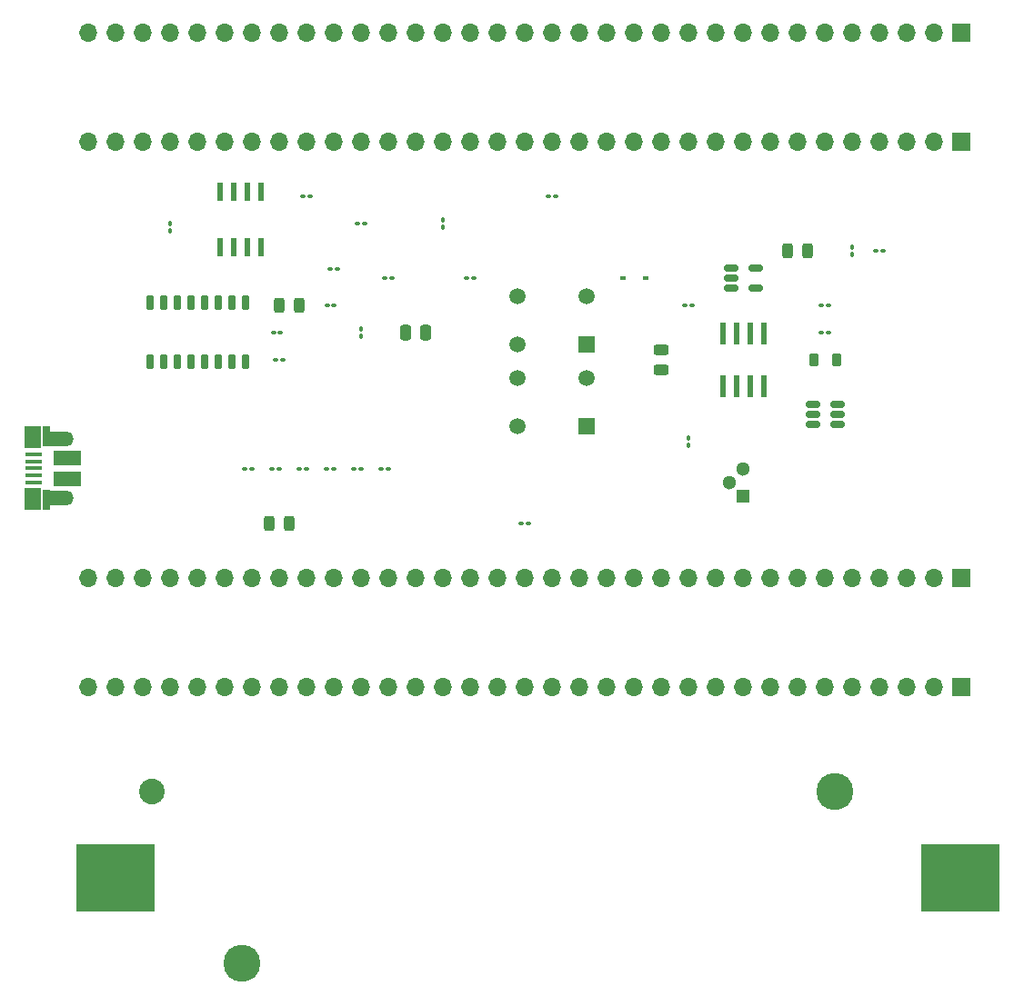
<source format=gts>
%TF.GenerationSoftware,KiCad,Pcbnew,(6.0.2)*%
%TF.CreationDate,2022-04-12T17:30:22+02:00*%
%TF.ProjectId,main,6d61696e-2e6b-4696-9361-645f70636258,rev?*%
%TF.SameCoordinates,Original*%
%TF.FileFunction,Soldermask,Top*%
%TF.FilePolarity,Negative*%
%FSLAX46Y46*%
G04 Gerber Fmt 4.6, Leading zero omitted, Abs format (unit mm)*
G04 Created by KiCad (PCBNEW (6.0.2)) date 2022-04-12 17:30:22*
%MOMM*%
%LPD*%
G01*
G04 APERTURE LIST*
G04 Aperture macros list*
%AMRoundRect*
0 Rectangle with rounded corners*
0 $1 Rounding radius*
0 $2 $3 $4 $5 $6 $7 $8 $9 X,Y pos of 4 corners*
0 Add a 4 corners polygon primitive as box body*
4,1,4,$2,$3,$4,$5,$6,$7,$8,$9,$2,$3,0*
0 Add four circle primitives for the rounded corners*
1,1,$1+$1,$2,$3*
1,1,$1+$1,$4,$5*
1,1,$1+$1,$6,$7*
1,1,$1+$1,$8,$9*
0 Add four rect primitives between the rounded corners*
20,1,$1+$1,$2,$3,$4,$5,0*
20,1,$1+$1,$4,$5,$6,$7,0*
20,1,$1+$1,$6,$7,$8,$9,0*
20,1,$1+$1,$8,$9,$2,$3,0*%
G04 Aperture macros list end*
%ADD10RoundRect,0.100000X0.130000X0.100000X-0.130000X0.100000X-0.130000X-0.100000X0.130000X-0.100000X0*%
%ADD11C,3.450000*%
%ADD12C,2.390000*%
%ADD13R,7.340000X6.350000*%
%ADD14R,0.533400X1.701800*%
%ADD15RoundRect,0.100000X-0.100000X0.130000X-0.100000X-0.130000X0.100000X-0.130000X0.100000X0.130000X0*%
%ADD16RoundRect,0.100000X-0.130000X-0.100000X0.130000X-0.100000X0.130000X0.100000X-0.130000X0.100000X0*%
%ADD17RoundRect,0.100000X0.100000X-0.130000X0.100000X0.130000X-0.100000X0.130000X-0.100000X-0.130000X0*%
%ADD18RoundRect,0.243750X0.456250X-0.243750X0.456250X0.243750X-0.456250X0.243750X-0.456250X-0.243750X0*%
%ADD19R,1.700000X1.700000*%
%ADD20O,1.700000X1.700000*%
%ADD21RoundRect,0.243750X-0.243750X-0.456250X0.243750X-0.456250X0.243750X0.456250X-0.243750X0.456250X0*%
%ADD22RoundRect,0.039900X-0.245100X0.945100X-0.245100X-0.945100X0.245100X-0.945100X0.245100X0.945100X0*%
%ADD23R,1.498000X1.498000*%
%ADD24C,1.498000*%
%ADD25RoundRect,0.250000X-0.250000X-0.475000X0.250000X-0.475000X0.250000X0.475000X-0.250000X0.475000X0*%
%ADD26RoundRect,0.150000X-0.512500X-0.150000X0.512500X-0.150000X0.512500X0.150000X-0.512500X0.150000X0*%
%ADD27R,1.650000X0.400000*%
%ADD28O,1.500000X1.100000*%
%ADD29R,0.700000X1.825000*%
%ADD30R,1.500000X2.000000*%
%ADD31O,1.700000X1.350000*%
%ADD32R,2.000000X1.350000*%
%ADD33R,2.500000X1.430000*%
%ADD34R,0.600000X0.450000*%
%ADD35RoundRect,0.218750X0.218750X0.381250X-0.218750X0.381250X-0.218750X-0.381250X0.218750X-0.381250X0*%
%ADD36RoundRect,0.049600X0.260400X-0.605400X0.260400X0.605400X-0.260400X0.605400X-0.260400X-0.605400X0*%
%ADD37R,1.300000X1.300000*%
%ADD38C,1.300000*%
G04 APERTURE END LIST*
D10*
%TO.C,LDR1*%
X160340000Y-96520000D03*
X159700000Y-96520000D03*
%TD*%
D11*
%TO.C,BT1*%
X133650000Y-137540000D03*
D12*
X125320000Y-121540000D03*
D11*
X188850000Y-121540000D03*
D13*
X121920000Y-129540000D03*
X200580000Y-129540000D03*
%TD*%
D14*
%TO.C,TSensor*%
X131665000Y-70825800D03*
X132935000Y-70825800D03*
X134205000Y-70825800D03*
X135475000Y-70825800D03*
X135475000Y-65644200D03*
X134205000Y-65644200D03*
X132935000Y-65644200D03*
X131665000Y-65644200D03*
%TD*%
D15*
%TO.C,R5*%
X190500000Y-70800000D03*
X190500000Y-71440000D03*
%TD*%
D16*
%TO.C,R17*%
X136610000Y-78740000D03*
X137250000Y-78740000D03*
%TD*%
D17*
%TO.C,R7*%
X152400000Y-68900000D03*
X152400000Y-68260000D03*
%TD*%
D16*
%TO.C,R1*%
X187640000Y-76200000D03*
X188280000Y-76200000D03*
%TD*%
D18*
%TO.C,D1*%
X172720000Y-82217500D03*
X172720000Y-80342500D03*
%TD*%
D16*
%TO.C,R14*%
X146655000Y-91440000D03*
X147295000Y-91440000D03*
%TD*%
D17*
%TO.C,R4*%
X175260000Y-89220000D03*
X175260000Y-88580000D03*
%TD*%
D19*
%TO.C,J2*%
X200660000Y-60960000D03*
D20*
X198120000Y-60960000D03*
X195580000Y-60960000D03*
X193040000Y-60960000D03*
X190500000Y-60960000D03*
X187960000Y-60960000D03*
X185420000Y-60960000D03*
X182880000Y-60960000D03*
X180340000Y-60960000D03*
X177800000Y-60960000D03*
X175260000Y-60960000D03*
X172720000Y-60960000D03*
X170180000Y-60960000D03*
X167640000Y-60960000D03*
X165100000Y-60960000D03*
X162560000Y-60960000D03*
X160020000Y-60960000D03*
X157480000Y-60960000D03*
X154940000Y-60960000D03*
X152400000Y-60960000D03*
X149860000Y-60960000D03*
X147320000Y-60960000D03*
X144780000Y-60960000D03*
X142240000Y-60960000D03*
X139700000Y-60960000D03*
X137160000Y-60960000D03*
X134620000Y-60960000D03*
X132080000Y-60960000D03*
X129540000Y-60960000D03*
X127000000Y-60960000D03*
X124460000Y-60960000D03*
X121920000Y-60960000D03*
X119380000Y-60960000D03*
%TD*%
D16*
%TO.C,R19*%
X133955000Y-91440000D03*
X134595000Y-91440000D03*
%TD*%
D21*
%TO.C,D4*%
X136222500Y-96520000D03*
X138097500Y-96520000D03*
%TD*%
D16*
%TO.C,R6*%
X154620000Y-73660000D03*
X155260000Y-73660000D03*
%TD*%
D17*
%TO.C,C3*%
X144780000Y-79060000D03*
X144780000Y-78420000D03*
%TD*%
D10*
%TO.C,R3*%
X175580000Y-76200000D03*
X174940000Y-76200000D03*
%TD*%
D16*
%TO.C,R20*%
X136495000Y-91440000D03*
X137135000Y-91440000D03*
%TD*%
D22*
%TO.C,EEPROM1*%
X182245000Y-78805000D03*
X180975000Y-78805000D03*
X179705000Y-78805000D03*
X178435000Y-78805000D03*
X178435000Y-83755000D03*
X179705000Y-83755000D03*
X180975000Y-83755000D03*
X182245000Y-83755000D03*
%TD*%
D23*
%TO.C,SW2*%
X165810000Y-87495000D03*
D24*
X159310000Y-87495000D03*
X165810000Y-82995000D03*
X159310000Y-82995000D03*
%TD*%
D16*
%TO.C,R9*%
X139380000Y-66040000D03*
X140020000Y-66040000D03*
%TD*%
D25*
%TO.C,C2*%
X148910000Y-78740000D03*
X150810000Y-78740000D03*
%TD*%
D19*
%TO.C,J1*%
X200660000Y-50800000D03*
D20*
X198120000Y-50800000D03*
X195580000Y-50800000D03*
X193040000Y-50800000D03*
X190500000Y-50800000D03*
X187960000Y-50800000D03*
X185420000Y-50800000D03*
X182880000Y-50800000D03*
X180340000Y-50800000D03*
X177800000Y-50800000D03*
X175260000Y-50800000D03*
X172720000Y-50800000D03*
X170180000Y-50800000D03*
X167640000Y-50800000D03*
X165100000Y-50800000D03*
X162560000Y-50800000D03*
X160020000Y-50800000D03*
X157480000Y-50800000D03*
X154940000Y-50800000D03*
X152400000Y-50800000D03*
X149860000Y-50800000D03*
X147320000Y-50800000D03*
X144780000Y-50800000D03*
X142240000Y-50800000D03*
X139700000Y-50800000D03*
X137160000Y-50800000D03*
X134620000Y-50800000D03*
X132080000Y-50800000D03*
X129540000Y-50800000D03*
X127000000Y-50800000D03*
X124460000Y-50800000D03*
X121920000Y-50800000D03*
X119380000Y-50800000D03*
%TD*%
D10*
%TO.C,R10*%
X142560000Y-72870000D03*
X141920000Y-72870000D03*
%TD*%
D16*
%TO.C,LDR2*%
X162240000Y-66040000D03*
X162880000Y-66040000D03*
%TD*%
D23*
%TO.C,SW1*%
X165810000Y-79875000D03*
D24*
X159310000Y-79875000D03*
X165810000Y-75375000D03*
X159310000Y-75375000D03*
%TD*%
D26*
%TO.C,U1*%
X179202500Y-72710000D03*
X179202500Y-73660000D03*
X179202500Y-74610000D03*
X181477500Y-74610000D03*
X181477500Y-72710000D03*
%TD*%
D27*
%TO.C,J5*%
X114300000Y-92715000D03*
X114300000Y-92065000D03*
X114300000Y-91415000D03*
X114300000Y-90765000D03*
X114300000Y-90115000D03*
D28*
X114180000Y-93835000D03*
D29*
X115500000Y-94365000D03*
D30*
X114200000Y-94265000D03*
D28*
X114180000Y-88995000D03*
D31*
X117180000Y-94145000D03*
D32*
X116250000Y-88665000D03*
D29*
X115500000Y-88415000D03*
D33*
X117450000Y-90455000D03*
D31*
X117180000Y-88685000D03*
D33*
X117450000Y-92375000D03*
D32*
X116250000Y-94145000D03*
D30*
X114180000Y-88515000D03*
%TD*%
D10*
%TO.C,R2*%
X188280000Y-78740000D03*
X187640000Y-78740000D03*
%TD*%
D19*
%TO.C,J4*%
X200660000Y-111760000D03*
D20*
X198120000Y-111760000D03*
X195580000Y-111760000D03*
X193040000Y-111760000D03*
X190500000Y-111760000D03*
X187960000Y-111760000D03*
X185420000Y-111760000D03*
X182880000Y-111760000D03*
X180340000Y-111760000D03*
X177800000Y-111760000D03*
X175260000Y-111760000D03*
X172720000Y-111760000D03*
X170180000Y-111760000D03*
X167640000Y-111760000D03*
X165100000Y-111760000D03*
X162560000Y-111760000D03*
X160020000Y-111760000D03*
X157480000Y-111760000D03*
X154940000Y-111760000D03*
X152400000Y-111760000D03*
X149860000Y-111760000D03*
X147320000Y-111760000D03*
X144780000Y-111760000D03*
X142240000Y-111760000D03*
X139700000Y-111760000D03*
X137160000Y-111760000D03*
X134620000Y-111760000D03*
X132080000Y-111760000D03*
X129540000Y-111760000D03*
X127000000Y-111760000D03*
X124460000Y-111760000D03*
X121920000Y-111760000D03*
X119380000Y-111760000D03*
%TD*%
D10*
%TO.C,R11*%
X145100000Y-68580000D03*
X144460000Y-68580000D03*
%TD*%
D26*
%TO.C,U2*%
X186822500Y-85410000D03*
X186822500Y-86360000D03*
X186822500Y-87310000D03*
X189097500Y-87310000D03*
X189097500Y-86360000D03*
X189097500Y-85410000D03*
%TD*%
D34*
%TO.C,D3*%
X169130000Y-73660000D03*
X171230000Y-73660000D03*
%TD*%
D16*
%TO.C,C1*%
X192720000Y-71120000D03*
X193360000Y-71120000D03*
%TD*%
%TO.C,C4*%
X141575000Y-91440000D03*
X142215000Y-91440000D03*
%TD*%
D19*
%TO.C,J3*%
X200660000Y-101600000D03*
D20*
X198120000Y-101600000D03*
X195580000Y-101600000D03*
X193040000Y-101600000D03*
X190500000Y-101600000D03*
X187960000Y-101600000D03*
X185420000Y-101600000D03*
X182880000Y-101600000D03*
X180340000Y-101600000D03*
X177800000Y-101600000D03*
X175260000Y-101600000D03*
X172720000Y-101600000D03*
X170180000Y-101600000D03*
X167640000Y-101600000D03*
X165100000Y-101600000D03*
X162560000Y-101600000D03*
X160020000Y-101600000D03*
X157480000Y-101600000D03*
X154940000Y-101600000D03*
X152400000Y-101600000D03*
X149860000Y-101600000D03*
X147320000Y-101600000D03*
X144780000Y-101600000D03*
X142240000Y-101600000D03*
X139700000Y-101600000D03*
X137160000Y-101600000D03*
X134620000Y-101600000D03*
X132080000Y-101600000D03*
X129540000Y-101600000D03*
X127000000Y-101600000D03*
X124460000Y-101600000D03*
X121920000Y-101600000D03*
X119380000Y-101600000D03*
%TD*%
D21*
%TO.C,LED1*%
X137160000Y-76200000D03*
X139035000Y-76200000D03*
%TD*%
D16*
%TO.C,R15*%
X139035000Y-91440000D03*
X139675000Y-91440000D03*
%TD*%
%TO.C,R13*%
X141600000Y-76200000D03*
X142240000Y-76200000D03*
%TD*%
%TO.C,R16*%
X136840000Y-81280000D03*
X137480000Y-81280000D03*
%TD*%
D21*
%TO.C,D2*%
X184482500Y-71120000D03*
X186357500Y-71120000D03*
%TD*%
D16*
%TO.C,R8*%
X147000000Y-73660000D03*
X147640000Y-73660000D03*
%TD*%
D35*
%TO.C,L1*%
X189022500Y-81280000D03*
X186897500Y-81280000D03*
%TD*%
D36*
%TO.C,FTDI(UART)1*%
X125095000Y-81490000D03*
X126365000Y-81490000D03*
X127635000Y-81490000D03*
X128905000Y-81490000D03*
X130175000Y-81490000D03*
X131445000Y-81490000D03*
X132715000Y-81490000D03*
X133985000Y-81490000D03*
X133985000Y-75990000D03*
X132715000Y-75990000D03*
X131445000Y-75990000D03*
X130175000Y-75990000D03*
X128905000Y-75990000D03*
X127635000Y-75990000D03*
X126365000Y-75990000D03*
X125095000Y-75990000D03*
%TD*%
D16*
%TO.C,R18*%
X144115000Y-91440000D03*
X144755000Y-91440000D03*
%TD*%
D37*
%TO.C,Q1*%
X180340000Y-93980000D03*
D38*
X179070000Y-92710000D03*
X180340000Y-91440000D03*
%TD*%
D15*
%TO.C,R12*%
X127000000Y-68605000D03*
X127000000Y-69245000D03*
%TD*%
M02*

</source>
